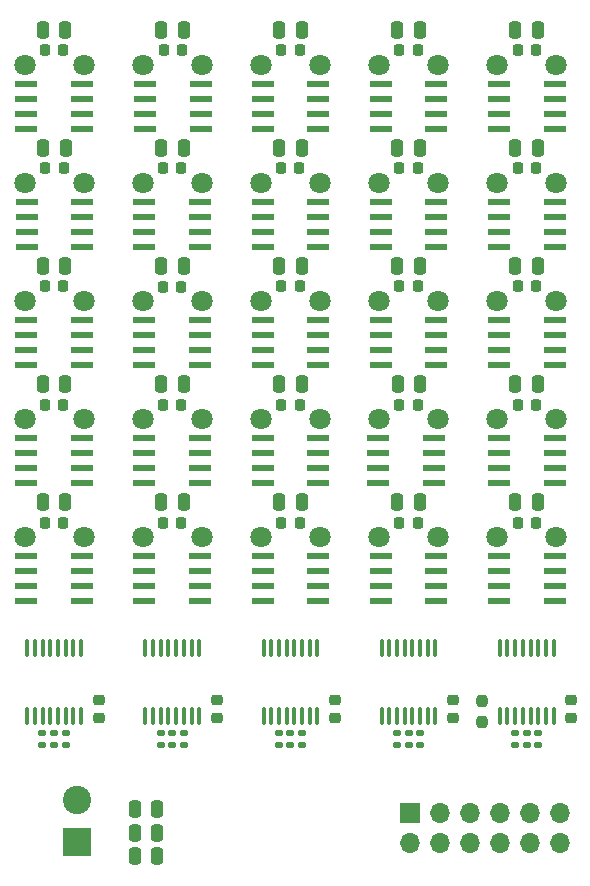
<source format=gbr>
%TF.GenerationSoftware,KiCad,Pcbnew,6.0.4-6f826c9f35~116~ubuntu20.04.1*%
%TF.CreationDate,2022-04-05T21:11:35+02:00*%
%TF.ProjectId,PhasedArray,50686173-6564-4417-9272-61792e6b6963,rev?*%
%TF.SameCoordinates,Original*%
%TF.FileFunction,Soldermask,Top*%
%TF.FilePolarity,Negative*%
%FSLAX46Y46*%
G04 Gerber Fmt 4.6, Leading zero omitted, Abs format (unit mm)*
G04 Created by KiCad (PCBNEW 6.0.4-6f826c9f35~116~ubuntu20.04.1) date 2022-04-05 21:11:35*
%MOMM*%
%LPD*%
G01*
G04 APERTURE LIST*
G04 Aperture macros list*
%AMRoundRect*
0 Rectangle with rounded corners*
0 $1 Rounding radius*
0 $2 $3 $4 $5 $6 $7 $8 $9 X,Y pos of 4 corners*
0 Add a 4 corners polygon primitive as box body*
4,1,4,$2,$3,$4,$5,$6,$7,$8,$9,$2,$3,0*
0 Add four circle primitives for the rounded corners*
1,1,$1+$1,$2,$3*
1,1,$1+$1,$4,$5*
1,1,$1+$1,$6,$7*
1,1,$1+$1,$8,$9*
0 Add four rect primitives between the rounded corners*
20,1,$1+$1,$2,$3,$4,$5,0*
20,1,$1+$1,$4,$5,$6,$7,0*
20,1,$1+$1,$6,$7,$8,$9,0*
20,1,$1+$1,$8,$9,$2,$3,0*%
G04 Aperture macros list end*
%ADD10RoundRect,0.225000X0.225000X0.250000X-0.225000X0.250000X-0.225000X-0.250000X0.225000X-0.250000X0*%
%ADD11RoundRect,0.250000X0.250000X0.475000X-0.250000X0.475000X-0.250000X-0.475000X0.250000X-0.475000X0*%
%ADD12RoundRect,0.135000X0.185000X-0.135000X0.185000X0.135000X-0.185000X0.135000X-0.185000X-0.135000X0*%
%ADD13R,1.981200X0.558800*%
%ADD14RoundRect,0.225000X-0.250000X0.225000X-0.250000X-0.225000X0.250000X-0.225000X0.250000X0.225000X0*%
%ADD15RoundRect,0.100000X-0.100000X0.637500X-0.100000X-0.637500X0.100000X-0.637500X0.100000X0.637500X0*%
%ADD16RoundRect,0.250000X-0.250000X-0.475000X0.250000X-0.475000X0.250000X0.475000X-0.250000X0.475000X0*%
%ADD17RoundRect,0.237500X0.237500X-0.250000X0.237500X0.250000X-0.237500X0.250000X-0.237500X-0.250000X0*%
%ADD18C,1.800000*%
%ADD19R,2.400000X2.400000*%
%ADD20C,2.400000*%
%ADD21R,1.700000X1.700000*%
%ADD22O,1.700000X1.700000*%
G04 APERTURE END LIST*
D10*
%TO.C,C29*%
X125775000Y-68750000D03*
X124225000Y-68750000D03*
%TD*%
D11*
%TO.C,C42*%
X125980000Y-27020000D03*
X124080000Y-27020000D03*
%TD*%
D12*
%TO.C,R3*%
X154000000Y-87610000D03*
X154000000Y-86590000D03*
%TD*%
D13*
%TO.C,U9*%
X132637800Y-71595000D03*
X132637800Y-72865000D03*
X132637800Y-74135000D03*
X132637800Y-75405000D03*
X137362200Y-75405000D03*
X137362200Y-74135000D03*
X137362200Y-72865000D03*
X137362200Y-71595000D03*
%TD*%
D10*
%TO.C,C17*%
X145775000Y-48750000D03*
X144225000Y-48750000D03*
%TD*%
D13*
%TO.C,U6*%
X142412800Y-61595000D03*
X142412800Y-62865000D03*
X142412800Y-64135000D03*
X142412800Y-65405000D03*
X147137200Y-65405000D03*
X147137200Y-64135000D03*
X147137200Y-62865000D03*
X147137200Y-61595000D03*
%TD*%
D14*
%TO.C,C57*%
X118750000Y-83725000D03*
X118750000Y-85275000D03*
%TD*%
D10*
%TO.C,C5*%
X155775000Y-68750000D03*
X154225000Y-68750000D03*
%TD*%
%TO.C,C13*%
X145775000Y-68750000D03*
X144225000Y-68750000D03*
%TD*%
D14*
%TO.C,C54*%
X148750000Y-83725000D03*
X148750000Y-85275000D03*
%TD*%
D13*
%TO.C,U23*%
X112637800Y-51595000D03*
X112637800Y-52865000D03*
X112637800Y-54135000D03*
X112637800Y-55405000D03*
X117362200Y-55405000D03*
X117362200Y-54135000D03*
X117362200Y-52865000D03*
X117362200Y-51595000D03*
%TD*%
D12*
%TO.C,R14*%
X116000000Y-87610000D03*
X116000000Y-86590000D03*
%TD*%
D10*
%TO.C,C19*%
X145775000Y-38750000D03*
X144225000Y-38750000D03*
%TD*%
D11*
%TO.C,C28*%
X125950000Y-67000000D03*
X124050000Y-67000000D03*
%TD*%
%TO.C,C4*%
X155950000Y-67000000D03*
X154050000Y-67000000D03*
%TD*%
D10*
%TO.C,C47*%
X115775000Y-58750000D03*
X114225000Y-58750000D03*
%TD*%
D14*
%TO.C,C56*%
X138750000Y-83725000D03*
X138750000Y-85275000D03*
%TD*%
%TO.C,C55*%
X128750000Y-83725000D03*
X128750000Y-85275000D03*
%TD*%
D11*
%TO.C,C38*%
X145950000Y-27000000D03*
X144050000Y-27000000D03*
%TD*%
D13*
%TO.C,U1*%
X152637800Y-71595000D03*
X152637800Y-72865000D03*
X152637800Y-74135000D03*
X152637800Y-75405000D03*
X157362200Y-75405000D03*
X157362200Y-74135000D03*
X157362200Y-72865000D03*
X157362200Y-71595000D03*
%TD*%
D15*
%TO.C,U27*%
X147275000Y-79387500D03*
X146625000Y-79387500D03*
X145975000Y-79387500D03*
X145325000Y-79387500D03*
X144675000Y-79387500D03*
X144025000Y-79387500D03*
X143375000Y-79387500D03*
X142725000Y-79387500D03*
X142725000Y-85112500D03*
X143375000Y-85112500D03*
X144025000Y-85112500D03*
X144675000Y-85112500D03*
X145325000Y-85112500D03*
X145975000Y-85112500D03*
X146625000Y-85112500D03*
X147275000Y-85112500D03*
%TD*%
D13*
%TO.C,U4*%
X152637800Y-41595000D03*
X152637800Y-42865000D03*
X152637800Y-44135000D03*
X152637800Y-45405000D03*
X157362200Y-45405000D03*
X157362200Y-44135000D03*
X157362200Y-42865000D03*
X157362200Y-41595000D03*
%TD*%
%TO.C,U19*%
X132637800Y-31595000D03*
X132637800Y-32865000D03*
X132637800Y-34135000D03*
X132637800Y-35405000D03*
X137362200Y-35405000D03*
X137362200Y-34135000D03*
X137362200Y-32865000D03*
X137362200Y-31595000D03*
%TD*%
%TO.C,U2*%
X152637800Y-61595000D03*
X152637800Y-62865000D03*
X152637800Y-64135000D03*
X152637800Y-65405000D03*
X157362200Y-65405000D03*
X157362200Y-64135000D03*
X157362200Y-62865000D03*
X157362200Y-61595000D03*
%TD*%
D10*
%TO.C,C27*%
X135750000Y-38750000D03*
X134200000Y-38750000D03*
%TD*%
D13*
%TO.C,U17*%
X152637800Y-31595000D03*
X152637800Y-32865000D03*
X152637800Y-34135000D03*
X152637800Y-35405000D03*
X157362200Y-35405000D03*
X157362200Y-34135000D03*
X157362200Y-32865000D03*
X157362200Y-31595000D03*
%TD*%
D10*
%TO.C,C35*%
X125775000Y-38750000D03*
X124225000Y-38750000D03*
%TD*%
%TO.C,C31*%
X125775000Y-58750000D03*
X124225000Y-58750000D03*
%TD*%
D11*
%TO.C,C10*%
X155950000Y-37000000D03*
X154050000Y-37000000D03*
%TD*%
D12*
%TO.C,R16*%
X115000000Y-87610000D03*
X115000000Y-86590000D03*
%TD*%
D11*
%TO.C,C34*%
X125950000Y-37000000D03*
X124050000Y-37000000D03*
%TD*%
%TO.C,C20*%
X135950000Y-67000000D03*
X134050000Y-67000000D03*
%TD*%
D12*
%TO.C,R13*%
X125000000Y-87610000D03*
X125000000Y-86590000D03*
%TD*%
D11*
%TO.C,C24*%
X135950000Y-47000000D03*
X134050000Y-47000000D03*
%TD*%
D12*
%TO.C,R15*%
X114000000Y-87610000D03*
X114000000Y-86590000D03*
%TD*%
D10*
%TO.C,C23*%
X135775000Y-58770000D03*
X134225000Y-58770000D03*
%TD*%
%TO.C,C7*%
X155775000Y-58750000D03*
X154225000Y-58750000D03*
%TD*%
D16*
%TO.C,C2*%
X121800000Y-95000000D03*
X123700000Y-95000000D03*
%TD*%
D17*
%TO.C,R1*%
X151250000Y-85662500D03*
X151250000Y-83837500D03*
%TD*%
D10*
%TO.C,C43*%
X125805000Y-28770000D03*
X124255000Y-28770000D03*
%TD*%
D13*
%TO.C,U5*%
X142637800Y-71595000D03*
X142637800Y-72865000D03*
X142637800Y-74135000D03*
X142637800Y-75405000D03*
X147362200Y-75405000D03*
X147362200Y-74135000D03*
X147362200Y-72865000D03*
X147362200Y-71595000D03*
%TD*%
D11*
%TO.C,C6*%
X155950000Y-57000000D03*
X154050000Y-57000000D03*
%TD*%
D13*
%TO.C,U21*%
X112637800Y-71595000D03*
X112637800Y-72865000D03*
X112637800Y-74135000D03*
X112637800Y-75405000D03*
X117362200Y-75405000D03*
X117362200Y-74135000D03*
X117362200Y-72865000D03*
X117362200Y-71595000D03*
%TD*%
%TO.C,U12*%
X132637800Y-41595000D03*
X132637800Y-42865000D03*
X132637800Y-44135000D03*
X132637800Y-45405000D03*
X137362200Y-45405000D03*
X137362200Y-44135000D03*
X137362200Y-42865000D03*
X137362200Y-41595000D03*
%TD*%
D12*
%TO.C,R9*%
X134000000Y-87610000D03*
X134000000Y-86590000D03*
%TD*%
%TO.C,R11*%
X126000000Y-87610000D03*
X126000000Y-86590000D03*
%TD*%
D10*
%TO.C,C37*%
X155775000Y-28750000D03*
X154225000Y-28750000D03*
%TD*%
D13*
%TO.C,U22*%
X112637800Y-61595000D03*
X112637800Y-62865000D03*
X112637800Y-64135000D03*
X112637800Y-65405000D03*
X117362200Y-65405000D03*
X117362200Y-64135000D03*
X117362200Y-62865000D03*
X117362200Y-61595000D03*
%TD*%
%TO.C,U16*%
X122637800Y-41595000D03*
X122637800Y-42865000D03*
X122637800Y-44135000D03*
X122637800Y-45405000D03*
X127362200Y-45405000D03*
X127362200Y-44135000D03*
X127362200Y-42865000D03*
X127362200Y-41595000D03*
%TD*%
%TO.C,U18*%
X142637800Y-31595000D03*
X142637800Y-32865000D03*
X142637800Y-34135000D03*
X142637800Y-35405000D03*
X147362200Y-35405000D03*
X147362200Y-34135000D03*
X147362200Y-32865000D03*
X147362200Y-31595000D03*
%TD*%
%TO.C,U24*%
X112662800Y-41595000D03*
X112662800Y-42865000D03*
X112662800Y-44135000D03*
X112662800Y-45405000D03*
X117387200Y-45405000D03*
X117387200Y-44135000D03*
X117387200Y-42865000D03*
X117387200Y-41595000D03*
%TD*%
%TO.C,U11*%
X132637800Y-51595000D03*
X132637800Y-52865000D03*
X132637800Y-54135000D03*
X132637800Y-55405000D03*
X137362200Y-55405000D03*
X137362200Y-54135000D03*
X137362200Y-52865000D03*
X137362200Y-51595000D03*
%TD*%
D10*
%TO.C,C39*%
X145775000Y-28750000D03*
X144225000Y-28750000D03*
%TD*%
D13*
%TO.C,U25*%
X112637800Y-31595000D03*
X112637800Y-32865000D03*
X112637800Y-34135000D03*
X112637800Y-35405000D03*
X117362200Y-35405000D03*
X117362200Y-34135000D03*
X117362200Y-32865000D03*
X117362200Y-31595000D03*
%TD*%
D11*
%TO.C,C26*%
X135950000Y-37000000D03*
X134050000Y-37000000D03*
%TD*%
D15*
%TO.C,U26*%
X157275000Y-79387500D03*
X156625000Y-79387500D03*
X155975000Y-79387500D03*
X155325000Y-79387500D03*
X154675000Y-79387500D03*
X154025000Y-79387500D03*
X153375000Y-79387500D03*
X152725000Y-79387500D03*
X152725000Y-85112500D03*
X153375000Y-85112500D03*
X154025000Y-85112500D03*
X154675000Y-85112500D03*
X155325000Y-85112500D03*
X155975000Y-85112500D03*
X156625000Y-85112500D03*
X157275000Y-85112500D03*
%TD*%
D11*
%TO.C,C16*%
X145950000Y-47000000D03*
X144050000Y-47000000D03*
%TD*%
D14*
%TO.C,C58*%
X158750000Y-83725000D03*
X158750000Y-85275000D03*
%TD*%
D11*
%TO.C,C14*%
X145975000Y-57000000D03*
X144075000Y-57000000D03*
%TD*%
D13*
%TO.C,U3*%
X152637800Y-51595000D03*
X152637800Y-52865000D03*
X152637800Y-54135000D03*
X152637800Y-55405000D03*
X157362200Y-55405000D03*
X157362200Y-54135000D03*
X157362200Y-52865000D03*
X157362200Y-51595000D03*
%TD*%
D12*
%TO.C,R2*%
X156000000Y-87610000D03*
X156000000Y-86590000D03*
%TD*%
D13*
%TO.C,U8*%
X142637800Y-41595000D03*
X142637800Y-42865000D03*
X142637800Y-44135000D03*
X142637800Y-45405000D03*
X147362200Y-45405000D03*
X147362200Y-44135000D03*
X147362200Y-42865000D03*
X147362200Y-41595000D03*
%TD*%
D16*
%TO.C,C3*%
X121800000Y-93000000D03*
X123700000Y-93000000D03*
%TD*%
D12*
%TO.C,R5*%
X146000000Y-87610000D03*
X146000000Y-86590000D03*
%TD*%
D15*
%TO.C,U30*%
X117275000Y-79387500D03*
X116625000Y-79387500D03*
X115975000Y-79387500D03*
X115325000Y-79387500D03*
X114675000Y-79387500D03*
X114025000Y-79387500D03*
X113375000Y-79387500D03*
X112725000Y-79387500D03*
X112725000Y-85112500D03*
X113375000Y-85112500D03*
X114025000Y-85112500D03*
X114675000Y-85112500D03*
X115325000Y-85112500D03*
X115975000Y-85112500D03*
X116625000Y-85112500D03*
X117275000Y-85112500D03*
%TD*%
D11*
%TO.C,C8*%
X155950000Y-47000000D03*
X154050000Y-47000000D03*
%TD*%
%TO.C,C46*%
X115950000Y-57000000D03*
X114050000Y-57000000D03*
%TD*%
%TO.C,C52*%
X115950000Y-27000000D03*
X114050000Y-27000000D03*
%TD*%
D10*
%TO.C,C49*%
X115775000Y-48750000D03*
X114225000Y-48750000D03*
%TD*%
%TO.C,C11*%
X155800000Y-38750000D03*
X154250000Y-38750000D03*
%TD*%
%TO.C,C45*%
X115775000Y-68750000D03*
X114225000Y-68750000D03*
%TD*%
D15*
%TO.C,U29*%
X127275000Y-79387500D03*
X126625000Y-79387500D03*
X125975000Y-79387500D03*
X125325000Y-79387500D03*
X124675000Y-79387500D03*
X124025000Y-79387500D03*
X123375000Y-79387500D03*
X122725000Y-79387500D03*
X122725000Y-85112500D03*
X123375000Y-85112500D03*
X124025000Y-85112500D03*
X124675000Y-85112500D03*
X125325000Y-85112500D03*
X125975000Y-85112500D03*
X126625000Y-85112500D03*
X127275000Y-85112500D03*
%TD*%
D10*
%TO.C,C41*%
X135775000Y-28750000D03*
X134225000Y-28750000D03*
%TD*%
D11*
%TO.C,C12*%
X145950000Y-67000000D03*
X144050000Y-67000000D03*
%TD*%
%TO.C,C40*%
X135950000Y-27000000D03*
X134050000Y-27000000D03*
%TD*%
%TO.C,C22*%
X135950000Y-57020000D03*
X134050000Y-57020000D03*
%TD*%
D13*
%TO.C,U15*%
X122637800Y-51615000D03*
X122637800Y-52885000D03*
X122637800Y-54155000D03*
X122637800Y-55425000D03*
X127362200Y-55425000D03*
X127362200Y-54155000D03*
X127362200Y-52885000D03*
X127362200Y-51615000D03*
%TD*%
%TO.C,U13*%
X122637800Y-71595000D03*
X122637800Y-72865000D03*
X122637800Y-74135000D03*
X122637800Y-75405000D03*
X127362200Y-75405000D03*
X127362200Y-74135000D03*
X127362200Y-72865000D03*
X127362200Y-71595000D03*
%TD*%
D15*
%TO.C,U28*%
X137275000Y-79387500D03*
X136625000Y-79387500D03*
X135975000Y-79387500D03*
X135325000Y-79387500D03*
X134675000Y-79387500D03*
X134025000Y-79387500D03*
X133375000Y-79387500D03*
X132725000Y-79387500D03*
X132725000Y-85112500D03*
X133375000Y-85112500D03*
X134025000Y-85112500D03*
X134675000Y-85112500D03*
X135325000Y-85112500D03*
X135975000Y-85112500D03*
X136625000Y-85112500D03*
X137275000Y-85112500D03*
%TD*%
D11*
%TO.C,C48*%
X115950000Y-47000000D03*
X114050000Y-47000000D03*
%TD*%
%TO.C,C30*%
X125950000Y-57000000D03*
X124050000Y-57000000D03*
%TD*%
D10*
%TO.C,C51*%
X115800000Y-38750000D03*
X114250000Y-38750000D03*
%TD*%
%TO.C,C9*%
X155775000Y-48750000D03*
X154225000Y-48750000D03*
%TD*%
%TO.C,C25*%
X135775000Y-48750000D03*
X134225000Y-48750000D03*
%TD*%
D12*
%TO.C,R6*%
X144000000Y-87610000D03*
X144000000Y-86590000D03*
%TD*%
D13*
%TO.C,U10*%
X132637800Y-61615000D03*
X132637800Y-62885000D03*
X132637800Y-64155000D03*
X132637800Y-65425000D03*
X137362200Y-65425000D03*
X137362200Y-64155000D03*
X137362200Y-62885000D03*
X137362200Y-61615000D03*
%TD*%
D12*
%TO.C,R12*%
X124000000Y-87610000D03*
X124000000Y-86590000D03*
%TD*%
D13*
%TO.C,U20*%
X122667800Y-31615000D03*
X122667800Y-32885000D03*
X122667800Y-34155000D03*
X122667800Y-35425000D03*
X127392200Y-35425000D03*
X127392200Y-34155000D03*
X127392200Y-32885000D03*
X127392200Y-31615000D03*
%TD*%
D12*
%TO.C,R4*%
X155000000Y-87610000D03*
X155000000Y-86590000D03*
%TD*%
D10*
%TO.C,C33*%
X125775000Y-48770000D03*
X124225000Y-48770000D03*
%TD*%
%TO.C,C15*%
X145775000Y-58750000D03*
X144225000Y-58750000D03*
%TD*%
D12*
%TO.C,R7*%
X145000000Y-87610000D03*
X145000000Y-86590000D03*
%TD*%
D16*
%TO.C,C1*%
X121800000Y-97000000D03*
X123700000Y-97000000D03*
%TD*%
D12*
%TO.C,R8*%
X136000000Y-87610000D03*
X136000000Y-86590000D03*
%TD*%
%TO.C,R10*%
X135000000Y-87610000D03*
X135000000Y-86590000D03*
%TD*%
D10*
%TO.C,C53*%
X115775000Y-28750000D03*
X114225000Y-28750000D03*
%TD*%
D13*
%TO.C,U7*%
X142637800Y-51595000D03*
X142637800Y-52865000D03*
X142637800Y-54135000D03*
X142637800Y-55405000D03*
X147362200Y-55405000D03*
X147362200Y-54135000D03*
X147362200Y-52865000D03*
X147362200Y-51595000D03*
%TD*%
D11*
%TO.C,C44*%
X115950000Y-67000000D03*
X114050000Y-67000000D03*
%TD*%
%TO.C,C18*%
X145950000Y-37000000D03*
X144050000Y-37000000D03*
%TD*%
D10*
%TO.C,C21*%
X135775000Y-68750000D03*
X134225000Y-68750000D03*
%TD*%
D11*
%TO.C,C50*%
X115975000Y-37000000D03*
X114075000Y-37000000D03*
%TD*%
%TO.C,C32*%
X125950000Y-47020000D03*
X124050000Y-47020000D03*
%TD*%
D13*
%TO.C,U14*%
X122637800Y-61595000D03*
X122637800Y-62865000D03*
X122637800Y-64135000D03*
X122637800Y-65405000D03*
X127362200Y-65405000D03*
X127362200Y-64135000D03*
X127362200Y-62865000D03*
X127362200Y-61595000D03*
%TD*%
D11*
%TO.C,C36*%
X155950000Y-27000000D03*
X154050000Y-27000000D03*
%TD*%
D18*
%TO.C,LS3*%
X157500000Y-50000000D03*
X152500000Y-50000000D03*
%TD*%
%TO.C,LS25*%
X117500000Y-30000000D03*
X112500000Y-30000000D03*
%TD*%
%TO.C,LS18*%
X147500000Y-30000000D03*
X142500000Y-30000000D03*
%TD*%
%TO.C,LS16*%
X127500000Y-40000000D03*
X122500000Y-40000000D03*
%TD*%
%TO.C,LS23*%
X117500000Y-50000000D03*
X112500000Y-50000000D03*
%TD*%
D19*
%TO.C,J3*%
X116900000Y-95750000D03*
D20*
X116900000Y-92250000D03*
%TD*%
D18*
%TO.C,LS12*%
X137500000Y-40000000D03*
X132500000Y-40000000D03*
%TD*%
%TO.C,LS9*%
X137500000Y-70000000D03*
X132500000Y-70000000D03*
%TD*%
%TO.C,LS24*%
X117500000Y-40000000D03*
X112500000Y-40000000D03*
%TD*%
%TO.C,LS10*%
X137500000Y-60000000D03*
X132500000Y-60000000D03*
%TD*%
%TO.C,LS15*%
X127500000Y-50000000D03*
X122500000Y-50000000D03*
%TD*%
%TO.C,LS22*%
X117500000Y-60000000D03*
X112500000Y-60000000D03*
%TD*%
%TO.C,LS2*%
X157500000Y-60000000D03*
X152500000Y-60000000D03*
%TD*%
%TO.C,LS4*%
X157500000Y-40000000D03*
X152500000Y-40000000D03*
%TD*%
%TO.C,LS8*%
X147500000Y-40000000D03*
X142500000Y-40000000D03*
%TD*%
%TO.C,LS1*%
X157500000Y-70000000D03*
X152500000Y-70000000D03*
%TD*%
%TO.C,LS11*%
X137500000Y-50000000D03*
X132500000Y-50000000D03*
%TD*%
%TO.C,LS20*%
X127500000Y-30000000D03*
X122500000Y-30000000D03*
%TD*%
%TO.C,LS13*%
X127500000Y-70000000D03*
X122500000Y-70000000D03*
%TD*%
%TO.C,LS6*%
X147500000Y-60000000D03*
X142500000Y-60000000D03*
%TD*%
%TO.C,LS19*%
X137500000Y-30000000D03*
X132500000Y-30000000D03*
%TD*%
%TO.C,LS5*%
X147500000Y-70000000D03*
X142500000Y-70000000D03*
%TD*%
%TO.C,LS21*%
X117500000Y-70000000D03*
X112500000Y-70000000D03*
%TD*%
D21*
%TO.C,J2*%
X145150000Y-93350000D03*
D22*
X145150000Y-95890000D03*
X147690000Y-93350000D03*
X147690000Y-95890000D03*
X150230000Y-93350000D03*
X150230000Y-95890000D03*
X152770000Y-93350000D03*
X152770000Y-95890000D03*
X155310000Y-93350000D03*
X155310000Y-95890000D03*
X157850000Y-93350000D03*
X157850000Y-95890000D03*
%TD*%
D18*
%TO.C,LS14*%
X127500000Y-60000000D03*
X122500000Y-60000000D03*
%TD*%
%TO.C,LS7*%
X147500000Y-50000000D03*
X142500000Y-50000000D03*
%TD*%
%TO.C,LS17*%
X157500000Y-30000000D03*
X152500000Y-30000000D03*
%TD*%
M02*

</source>
